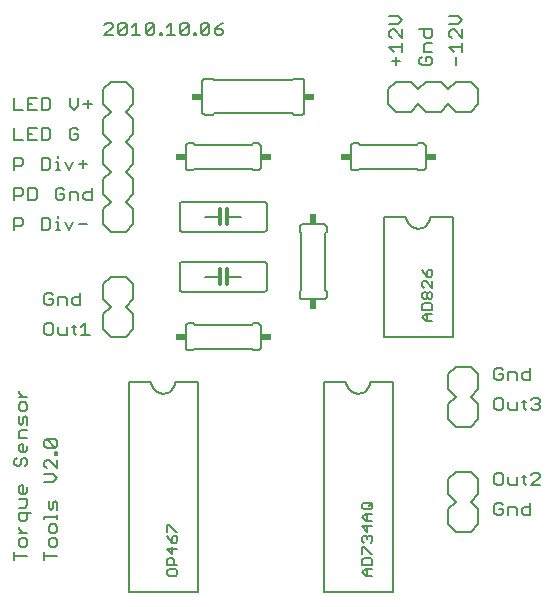
<source format=gto>
G75*
G70*
%OFA0B0*%
%FSLAX24Y24*%
%IPPOS*%
%LPD*%
%AMOC8*
5,1,8,0,0,1.08239X$1,22.5*
%
%ADD10C,0.0080*%
%ADD11C,0.0060*%
%ADD12R,0.0340X0.0240*%
%ADD13R,0.0240X0.0340*%
%ADD14C,0.0120*%
D10*
X001140Y003141D02*
X001140Y003421D01*
X001140Y003281D02*
X001561Y003281D01*
X001491Y003601D02*
X001351Y003601D01*
X001281Y003671D01*
X001281Y003811D01*
X001351Y003881D01*
X001491Y003881D01*
X001561Y003811D01*
X001561Y003671D01*
X001491Y003601D01*
X001561Y004061D02*
X001281Y004061D01*
X001421Y004061D02*
X001281Y004202D01*
X001281Y004272D01*
X001351Y004445D02*
X001491Y004445D01*
X001561Y004515D01*
X001561Y004725D01*
X001701Y004725D02*
X001281Y004725D01*
X001281Y004515D01*
X001351Y004445D01*
X001281Y004905D02*
X001491Y004905D01*
X001561Y004976D01*
X001561Y005186D01*
X001281Y005186D01*
X001351Y005366D02*
X001281Y005436D01*
X001281Y005576D01*
X001351Y005646D01*
X001421Y005646D01*
X001421Y005366D01*
X001491Y005366D02*
X001351Y005366D01*
X001491Y005366D02*
X001561Y005436D01*
X001561Y005576D01*
X002140Y005749D02*
X002421Y005749D01*
X002561Y005890D01*
X002421Y006030D01*
X002140Y006030D01*
X002211Y006210D02*
X002140Y006280D01*
X002140Y006420D01*
X002211Y006490D01*
X002281Y006490D01*
X002561Y006210D01*
X002561Y006490D01*
X002561Y006670D02*
X002491Y006670D01*
X002491Y006740D01*
X002561Y006740D01*
X002561Y006670D01*
X002491Y006900D02*
X002211Y007181D01*
X002491Y007181D01*
X002561Y007110D01*
X002561Y006970D01*
X002491Y006900D01*
X002211Y006900D01*
X002140Y006970D01*
X002140Y007110D01*
X002211Y007181D01*
X001561Y007207D02*
X001281Y007207D01*
X001281Y007417D01*
X001351Y007487D01*
X001561Y007487D01*
X001561Y007668D02*
X001561Y007878D01*
X001491Y007948D01*
X001421Y007878D01*
X001421Y007738D01*
X001351Y007668D01*
X001281Y007738D01*
X001281Y007948D01*
X001351Y008128D02*
X001491Y008128D01*
X001561Y008198D01*
X001561Y008338D01*
X001491Y008408D01*
X001351Y008408D01*
X001281Y008338D01*
X001281Y008198D01*
X001351Y008128D01*
X001421Y008588D02*
X001281Y008728D01*
X001281Y008798D01*
X001281Y008588D02*
X001561Y008588D01*
X001421Y007027D02*
X001351Y007027D01*
X001281Y006957D01*
X001281Y006817D01*
X001351Y006747D01*
X001491Y006747D01*
X001561Y006817D01*
X001561Y006957D01*
X001421Y007027D02*
X001421Y006747D01*
X001421Y006567D02*
X001351Y006497D01*
X001351Y006357D01*
X001281Y006287D01*
X001211Y006287D01*
X001140Y006357D01*
X001140Y006497D01*
X001211Y006567D01*
X001421Y006567D02*
X001491Y006567D01*
X001561Y006497D01*
X001561Y006357D01*
X001491Y006287D01*
X002281Y005109D02*
X002281Y004899D01*
X002351Y004829D01*
X002421Y004899D01*
X002421Y005039D01*
X002491Y005109D01*
X002561Y005039D01*
X002561Y004829D01*
X002561Y004662D02*
X002561Y004522D01*
X002561Y004592D02*
X002140Y004592D01*
X002140Y004522D01*
X002351Y004342D02*
X002281Y004272D01*
X002281Y004132D01*
X002351Y004061D01*
X002491Y004061D01*
X002561Y004132D01*
X002561Y004272D01*
X002491Y004342D01*
X002351Y004342D01*
X002351Y003881D02*
X002281Y003811D01*
X002281Y003671D01*
X002351Y003601D01*
X002491Y003601D01*
X002561Y003671D01*
X002561Y003811D01*
X002491Y003881D01*
X002351Y003881D01*
X002140Y003421D02*
X002140Y003141D01*
X002140Y003281D02*
X002561Y003281D01*
X002671Y010641D02*
X002881Y010641D01*
X002881Y010921D01*
X003061Y010921D02*
X003202Y010921D01*
X003132Y010991D02*
X003132Y010711D01*
X003202Y010641D01*
X003368Y010641D02*
X003649Y010641D01*
X003509Y010641D02*
X003509Y011061D01*
X003368Y010921D01*
X003342Y011641D02*
X003132Y011641D01*
X003061Y011711D01*
X003061Y011851D01*
X003132Y011921D01*
X003342Y011921D01*
X003342Y012061D02*
X003342Y011641D01*
X002881Y011641D02*
X002881Y011851D01*
X002811Y011921D01*
X002601Y011921D01*
X002601Y011641D01*
X002421Y011711D02*
X002421Y011851D01*
X002281Y011851D01*
X002421Y011991D02*
X002351Y012061D01*
X002211Y012061D01*
X002141Y011991D01*
X002141Y011711D01*
X002211Y011641D01*
X002351Y011641D01*
X002421Y011711D01*
X002351Y011061D02*
X002211Y011061D01*
X002141Y010991D01*
X002141Y010711D01*
X002211Y010641D01*
X002351Y010641D01*
X002421Y010711D01*
X002421Y010991D01*
X002351Y011061D01*
X002601Y010921D02*
X002601Y010711D01*
X002671Y010641D01*
X004101Y010851D02*
X004351Y010601D01*
X004851Y010601D01*
X005101Y010851D01*
X005101Y011351D01*
X004851Y011601D01*
X005101Y011851D01*
X005101Y012351D01*
X004851Y012601D01*
X004351Y012601D01*
X004101Y012351D01*
X004101Y011851D01*
X004351Y011601D01*
X004101Y011351D01*
X004101Y010851D01*
X004351Y014101D02*
X004101Y014351D01*
X004101Y014851D01*
X004351Y015101D01*
X004101Y015351D01*
X004101Y015851D01*
X004351Y016101D01*
X004101Y016351D01*
X004101Y016851D01*
X004351Y017101D01*
X004101Y017351D01*
X004101Y017851D01*
X004351Y018101D01*
X004101Y018351D01*
X004101Y018851D01*
X004351Y019101D01*
X004851Y019101D01*
X005101Y018851D01*
X005101Y018351D01*
X004851Y018101D01*
X005101Y017851D01*
X005101Y017351D01*
X004851Y017101D01*
X005101Y016851D01*
X005101Y016351D01*
X004851Y016101D01*
X005101Y015851D01*
X005101Y015351D01*
X004851Y015101D01*
X005101Y014851D01*
X005101Y014351D01*
X004851Y014101D01*
X004351Y014101D01*
X003569Y014351D02*
X003289Y014351D01*
X003109Y014421D02*
X002969Y014141D01*
X002829Y014421D01*
X002592Y014421D02*
X002592Y014141D01*
X002522Y014141D02*
X002662Y014141D01*
X002592Y014421D02*
X002522Y014421D01*
X002592Y014561D02*
X002592Y014631D01*
X002342Y014491D02*
X002342Y014211D01*
X002272Y014141D01*
X002061Y014141D01*
X002061Y014561D01*
X002272Y014561D01*
X002342Y014491D01*
X002592Y015141D02*
X002522Y015211D01*
X002522Y015491D01*
X002592Y015561D01*
X002732Y015561D01*
X002802Y015491D01*
X002802Y015351D02*
X002662Y015351D01*
X002802Y015351D02*
X002802Y015211D01*
X002732Y015141D01*
X002592Y015141D01*
X002982Y015141D02*
X002982Y015421D01*
X003192Y015421D01*
X003262Y015351D01*
X003262Y015141D01*
X003443Y015211D02*
X003443Y015351D01*
X003513Y015421D01*
X003723Y015421D01*
X003723Y015561D02*
X003723Y015141D01*
X003513Y015141D01*
X003443Y015211D01*
X002969Y016141D02*
X003109Y016421D01*
X003289Y016351D02*
X003569Y016351D01*
X003429Y016491D02*
X003429Y016211D01*
X002969Y016141D02*
X002829Y016421D01*
X002592Y016421D02*
X002592Y016141D01*
X002522Y016141D02*
X002662Y016141D01*
X002592Y016421D02*
X002522Y016421D01*
X002592Y016561D02*
X002592Y016631D01*
X002342Y016491D02*
X002342Y016211D01*
X002272Y016141D01*
X002061Y016141D01*
X002061Y016561D01*
X002272Y016561D01*
X002342Y016491D01*
X002272Y017141D02*
X002061Y017141D01*
X002061Y017561D01*
X002272Y017561D01*
X002342Y017491D01*
X002342Y017211D01*
X002272Y017141D01*
X001881Y017141D02*
X001601Y017141D01*
X001601Y017561D01*
X001881Y017561D01*
X001741Y017351D02*
X001601Y017351D01*
X001421Y017141D02*
X001141Y017141D01*
X001141Y017561D01*
X001141Y018141D02*
X001421Y018141D01*
X001601Y018141D02*
X001881Y018141D01*
X002061Y018141D02*
X002272Y018141D01*
X002342Y018211D01*
X002342Y018491D01*
X002272Y018561D01*
X002061Y018561D01*
X002061Y018141D01*
X001741Y018351D02*
X001601Y018351D01*
X001601Y018561D02*
X001601Y018141D01*
X001601Y018561D02*
X001881Y018561D01*
X001141Y018561D02*
X001141Y018141D01*
X001141Y016561D02*
X001351Y016561D01*
X001421Y016491D01*
X001421Y016351D01*
X001351Y016281D01*
X001141Y016281D01*
X001141Y016141D02*
X001141Y016561D01*
X001141Y015561D02*
X001351Y015561D01*
X001421Y015491D01*
X001421Y015351D01*
X001351Y015281D01*
X001141Y015281D01*
X001141Y015141D02*
X001141Y015561D01*
X001601Y015561D02*
X001601Y015141D01*
X001811Y015141D01*
X001881Y015211D01*
X001881Y015491D01*
X001811Y015561D01*
X001601Y015561D01*
X001351Y014561D02*
X001141Y014561D01*
X001141Y014141D01*
X001141Y014281D02*
X001351Y014281D01*
X001421Y014351D01*
X001421Y014491D01*
X001351Y014561D01*
X003052Y017141D02*
X003192Y017141D01*
X003262Y017211D01*
X003262Y017351D01*
X003122Y017351D01*
X002982Y017491D02*
X002982Y017211D01*
X003052Y017141D01*
X002982Y017491D02*
X003052Y017561D01*
X003192Y017561D01*
X003262Y017491D01*
X003122Y018141D02*
X003262Y018281D01*
X003262Y018561D01*
X003443Y018351D02*
X003723Y018351D01*
X003583Y018491D02*
X003583Y018211D01*
X003122Y018141D02*
X002982Y018281D01*
X002982Y018561D01*
X004141Y020641D02*
X004421Y020921D01*
X004421Y020991D01*
X004351Y021061D01*
X004211Y021061D01*
X004141Y020991D01*
X004141Y020641D02*
X004421Y020641D01*
X004601Y020711D02*
X004881Y020991D01*
X004881Y020711D01*
X004811Y020641D01*
X004671Y020641D01*
X004601Y020711D01*
X004601Y020991D01*
X004671Y021061D01*
X004811Y021061D01*
X004881Y020991D01*
X005061Y020921D02*
X005202Y021061D01*
X005202Y020641D01*
X005342Y020641D02*
X005061Y020641D01*
X005522Y020711D02*
X005592Y020641D01*
X005732Y020641D01*
X005802Y020711D01*
X005802Y020991D01*
X005522Y020711D01*
X005522Y020991D01*
X005592Y021061D01*
X005732Y021061D01*
X005802Y020991D01*
X005982Y020711D02*
X006052Y020711D01*
X006052Y020641D01*
X005982Y020641D01*
X005982Y020711D01*
X006212Y020641D02*
X006493Y020641D01*
X006352Y020641D02*
X006352Y021061D01*
X006212Y020921D01*
X006673Y020991D02*
X006673Y020711D01*
X006953Y020991D01*
X006953Y020711D01*
X006883Y020641D01*
X006743Y020641D01*
X006673Y020711D01*
X006673Y020991D02*
X006743Y021061D01*
X006883Y021061D01*
X006953Y020991D01*
X007133Y020711D02*
X007203Y020711D01*
X007203Y020641D01*
X007133Y020641D01*
X007133Y020711D01*
X007363Y020711D02*
X007433Y020641D01*
X007573Y020641D01*
X007643Y020711D01*
X007643Y020991D01*
X007363Y020711D01*
X007363Y020991D01*
X007433Y021061D01*
X007573Y021061D01*
X007643Y020991D01*
X007824Y020851D02*
X008034Y020851D01*
X008104Y020781D01*
X008104Y020711D01*
X008034Y020641D01*
X007894Y020641D01*
X007824Y020711D01*
X007824Y020851D01*
X007964Y020991D01*
X008104Y021061D01*
X013640Y021022D02*
X013921Y021022D01*
X014061Y021162D01*
X013921Y021302D01*
X013640Y021302D01*
X013711Y020842D02*
X013640Y020772D01*
X013640Y020632D01*
X013711Y020561D01*
X013711Y020842D02*
X013781Y020842D01*
X014061Y020561D01*
X014061Y020842D01*
X014061Y020381D02*
X014061Y020101D01*
X014061Y020241D02*
X013640Y020241D01*
X013781Y020101D01*
X013851Y019921D02*
X013851Y019641D01*
X013711Y019781D02*
X013991Y019781D01*
X014640Y019711D02*
X014711Y019641D01*
X014991Y019641D01*
X015061Y019711D01*
X015061Y019851D01*
X014991Y019921D01*
X014851Y019921D01*
X014851Y019781D01*
X014711Y019921D02*
X014640Y019851D01*
X014640Y019711D01*
X014781Y020101D02*
X014781Y020311D01*
X014851Y020381D01*
X015061Y020381D01*
X014991Y020561D02*
X014851Y020561D01*
X014781Y020632D01*
X014781Y020842D01*
X014640Y020842D02*
X015061Y020842D01*
X015061Y020632D01*
X014991Y020561D01*
X015061Y020101D02*
X014781Y020101D01*
X015640Y020241D02*
X016061Y020241D01*
X016061Y020101D02*
X016061Y020381D01*
X016061Y020561D02*
X015781Y020842D01*
X015711Y020842D01*
X015640Y020772D01*
X015640Y020632D01*
X015711Y020561D01*
X015640Y020241D02*
X015781Y020101D01*
X015851Y019921D02*
X015851Y019641D01*
X015851Y019101D02*
X016351Y019101D01*
X016601Y018851D01*
X016601Y018351D01*
X016351Y018101D01*
X015851Y018101D01*
X015601Y018351D01*
X015351Y018101D01*
X014851Y018101D01*
X014601Y018351D01*
X014351Y018101D01*
X013851Y018101D01*
X013601Y018351D01*
X013601Y018851D01*
X013851Y019101D01*
X014351Y019101D01*
X014601Y018851D01*
X014851Y019101D01*
X015351Y019101D01*
X015601Y018851D01*
X015851Y019101D01*
X016061Y020561D02*
X016061Y020842D01*
X015921Y021022D02*
X016061Y021162D01*
X015921Y021302D01*
X015640Y021302D01*
X015640Y021022D02*
X015921Y021022D01*
X015851Y009601D02*
X016351Y009601D01*
X016601Y009351D01*
X016601Y008851D01*
X016351Y008601D01*
X016601Y008351D01*
X016601Y007851D01*
X016351Y007601D01*
X015851Y007601D01*
X015601Y007851D01*
X015601Y008351D01*
X015851Y008601D01*
X015601Y008851D01*
X015601Y009351D01*
X015851Y009601D01*
X017141Y009491D02*
X017141Y009211D01*
X017211Y009141D01*
X017351Y009141D01*
X017421Y009211D01*
X017421Y009351D01*
X017281Y009351D01*
X017421Y009491D02*
X017351Y009561D01*
X017211Y009561D01*
X017141Y009491D01*
X017601Y009421D02*
X017601Y009141D01*
X017601Y009421D02*
X017811Y009421D01*
X017881Y009351D01*
X017881Y009141D01*
X018061Y009211D02*
X018061Y009351D01*
X018132Y009421D01*
X018342Y009421D01*
X018342Y009561D02*
X018342Y009141D01*
X018132Y009141D01*
X018061Y009211D01*
X018132Y008491D02*
X018132Y008211D01*
X018202Y008141D01*
X018368Y008211D02*
X018438Y008141D01*
X018579Y008141D01*
X018649Y008211D01*
X018649Y008281D01*
X018579Y008351D01*
X018509Y008351D01*
X018579Y008351D02*
X018649Y008421D01*
X018649Y008491D01*
X018579Y008561D01*
X018438Y008561D01*
X018368Y008491D01*
X018202Y008421D02*
X018061Y008421D01*
X017881Y008421D02*
X017881Y008141D01*
X017671Y008141D01*
X017601Y008211D01*
X017601Y008421D01*
X017421Y008491D02*
X017351Y008561D01*
X017211Y008561D01*
X017141Y008491D01*
X017141Y008211D01*
X017211Y008141D01*
X017351Y008141D01*
X017421Y008211D01*
X017421Y008491D01*
X017351Y006061D02*
X017211Y006061D01*
X017141Y005991D01*
X017141Y005711D01*
X017211Y005641D01*
X017351Y005641D01*
X017421Y005711D01*
X017421Y005991D01*
X017351Y006061D01*
X017601Y005921D02*
X017601Y005711D01*
X017671Y005641D01*
X017881Y005641D01*
X017881Y005921D01*
X018061Y005921D02*
X018202Y005921D01*
X018132Y005991D02*
X018132Y005711D01*
X018202Y005641D01*
X018368Y005641D02*
X018649Y005921D01*
X018649Y005991D01*
X018579Y006061D01*
X018438Y006061D01*
X018368Y005991D01*
X018368Y005641D02*
X018649Y005641D01*
X018342Y005061D02*
X018342Y004641D01*
X018132Y004641D01*
X018061Y004711D01*
X018061Y004851D01*
X018132Y004921D01*
X018342Y004921D01*
X017881Y004851D02*
X017881Y004641D01*
X017881Y004851D02*
X017811Y004921D01*
X017601Y004921D01*
X017601Y004641D01*
X017421Y004711D02*
X017421Y004851D01*
X017281Y004851D01*
X017421Y004991D02*
X017351Y005061D01*
X017211Y005061D01*
X017141Y004991D01*
X017141Y004711D01*
X017211Y004641D01*
X017351Y004641D01*
X017421Y004711D01*
X016601Y004851D02*
X016601Y004351D01*
X016351Y004101D01*
X015851Y004101D01*
X015601Y004351D01*
X015601Y004851D01*
X015851Y005101D01*
X015601Y005351D01*
X015601Y005851D01*
X015851Y006101D01*
X016351Y006101D01*
X016601Y005851D01*
X016601Y005351D01*
X016351Y005101D01*
X016601Y004851D01*
D11*
X013751Y002101D02*
X011451Y002101D01*
X011451Y009101D01*
X012201Y009101D01*
X012203Y009062D01*
X012209Y009023D01*
X012218Y008985D01*
X012231Y008948D01*
X012248Y008912D01*
X012268Y008879D01*
X012292Y008847D01*
X012318Y008818D01*
X012347Y008792D01*
X012379Y008768D01*
X012412Y008748D01*
X012448Y008731D01*
X012485Y008718D01*
X012523Y008709D01*
X012562Y008703D01*
X012601Y008701D01*
X012640Y008703D01*
X012679Y008709D01*
X012717Y008718D01*
X012754Y008731D01*
X012790Y008748D01*
X012823Y008768D01*
X012855Y008792D01*
X012884Y008818D01*
X012910Y008847D01*
X012934Y008879D01*
X012954Y008912D01*
X012971Y008948D01*
X012984Y008985D01*
X012993Y009023D01*
X012999Y009062D01*
X013001Y009101D01*
X013751Y009101D01*
X013751Y002101D01*
X013071Y002631D02*
X012844Y002631D01*
X012731Y002744D01*
X012844Y002858D01*
X013071Y002858D01*
X013071Y002999D02*
X012731Y002999D01*
X012731Y003169D01*
X012787Y003226D01*
X013014Y003226D01*
X013071Y003169D01*
X013071Y002999D01*
X012901Y002858D02*
X012901Y002631D01*
X013014Y003367D02*
X013071Y003367D01*
X013014Y003367D02*
X012787Y003594D01*
X012731Y003594D01*
X012731Y003367D01*
X012787Y003736D02*
X012731Y003792D01*
X012731Y003906D01*
X012787Y003963D01*
X012844Y003963D01*
X012901Y003906D01*
X012957Y003963D01*
X013014Y003963D01*
X013071Y003906D01*
X013071Y003792D01*
X013014Y003736D01*
X012901Y003849D02*
X012901Y003906D01*
X012901Y004104D02*
X012901Y004331D01*
X012901Y004472D02*
X012901Y004699D01*
X012844Y004699D02*
X013071Y004699D01*
X013014Y004841D02*
X013071Y004897D01*
X013071Y005011D01*
X013014Y005067D01*
X012787Y005067D01*
X012731Y005011D01*
X012731Y004897D01*
X012787Y004841D01*
X013014Y004841D01*
X012957Y004954D02*
X013071Y005067D01*
X012844Y004699D02*
X012731Y004586D01*
X012844Y004472D01*
X013071Y004472D01*
X013071Y004274D02*
X012731Y004274D01*
X012901Y004104D01*
X009251Y010151D02*
X009101Y010151D01*
X009051Y010201D01*
X007151Y010201D01*
X007101Y010151D01*
X006951Y010151D01*
X006934Y010153D01*
X006917Y010157D01*
X006901Y010164D01*
X006887Y010174D01*
X006874Y010187D01*
X006864Y010201D01*
X006857Y010217D01*
X006853Y010234D01*
X006851Y010251D01*
X006851Y010951D01*
X006853Y010968D01*
X006857Y010985D01*
X006864Y011001D01*
X006874Y011015D01*
X006887Y011028D01*
X006901Y011038D01*
X006917Y011045D01*
X006934Y011049D01*
X006951Y011051D01*
X007101Y011051D01*
X007151Y011001D01*
X009051Y011001D01*
X009101Y011051D01*
X009251Y011051D01*
X009268Y011049D01*
X009285Y011045D01*
X009301Y011038D01*
X009315Y011028D01*
X009328Y011015D01*
X009338Y011001D01*
X009345Y010985D01*
X009349Y010968D01*
X009351Y010951D01*
X009351Y010251D01*
X009349Y010234D01*
X009345Y010217D01*
X009338Y010201D01*
X009328Y010187D01*
X009315Y010174D01*
X009301Y010164D01*
X009285Y010157D01*
X009268Y010153D01*
X009251Y010151D01*
X010751Y011851D02*
X011451Y011851D01*
X011468Y011853D01*
X011485Y011857D01*
X011501Y011864D01*
X011515Y011874D01*
X011528Y011887D01*
X011538Y011901D01*
X011545Y011917D01*
X011549Y011934D01*
X011551Y011951D01*
X011551Y012101D01*
X011501Y012151D01*
X011501Y014051D01*
X011551Y014101D01*
X011551Y014251D01*
X011549Y014268D01*
X011545Y014285D01*
X011538Y014301D01*
X011528Y014315D01*
X011515Y014328D01*
X011501Y014338D01*
X011485Y014345D01*
X011468Y014349D01*
X011451Y014351D01*
X010751Y014351D01*
X010734Y014349D01*
X010717Y014345D01*
X010701Y014338D01*
X010687Y014328D01*
X010674Y014315D01*
X010664Y014301D01*
X010657Y014285D01*
X010653Y014268D01*
X010651Y014251D01*
X010651Y014101D01*
X010701Y014051D01*
X010701Y012151D01*
X010651Y012101D01*
X010651Y011951D01*
X010653Y011934D01*
X010657Y011917D01*
X010664Y011901D01*
X010674Y011887D01*
X010687Y011874D01*
X010701Y011864D01*
X010717Y011857D01*
X010734Y011853D01*
X010751Y011851D01*
X009551Y012201D02*
X009551Y013001D01*
X009549Y013018D01*
X009545Y013035D01*
X009538Y013051D01*
X009528Y013065D01*
X009515Y013078D01*
X009501Y013088D01*
X009485Y013095D01*
X009468Y013099D01*
X009451Y013101D01*
X006751Y013101D01*
X006734Y013099D01*
X006717Y013095D01*
X006701Y013088D01*
X006687Y013078D01*
X006674Y013065D01*
X006664Y013051D01*
X006657Y013035D01*
X006653Y013018D01*
X006651Y013001D01*
X006651Y012201D01*
X006653Y012184D01*
X006657Y012167D01*
X006664Y012151D01*
X006674Y012137D01*
X006687Y012124D01*
X006701Y012114D01*
X006717Y012107D01*
X006734Y012103D01*
X006751Y012101D01*
X009451Y012101D01*
X009468Y012103D01*
X009485Y012107D01*
X009501Y012114D01*
X009515Y012124D01*
X009528Y012137D01*
X009538Y012151D01*
X009545Y012167D01*
X009549Y012184D01*
X009551Y012201D01*
X008701Y012601D02*
X008231Y012601D01*
X007981Y012601D02*
X007501Y012601D01*
X006751Y014101D02*
X009451Y014101D01*
X009468Y014103D01*
X009485Y014107D01*
X009501Y014114D01*
X009515Y014124D01*
X009528Y014137D01*
X009538Y014151D01*
X009545Y014167D01*
X009549Y014184D01*
X009551Y014201D01*
X009551Y015001D01*
X009549Y015018D01*
X009545Y015035D01*
X009538Y015051D01*
X009528Y015065D01*
X009515Y015078D01*
X009501Y015088D01*
X009485Y015095D01*
X009468Y015099D01*
X009451Y015101D01*
X006751Y015101D01*
X006734Y015099D01*
X006717Y015095D01*
X006701Y015088D01*
X006687Y015078D01*
X006674Y015065D01*
X006664Y015051D01*
X006657Y015035D01*
X006653Y015018D01*
X006651Y015001D01*
X006651Y014201D01*
X006653Y014184D01*
X006657Y014167D01*
X006664Y014151D01*
X006674Y014137D01*
X006687Y014124D01*
X006701Y014114D01*
X006717Y014107D01*
X006734Y014103D01*
X006751Y014101D01*
X007501Y014601D02*
X007981Y014601D01*
X008231Y014601D02*
X008701Y014601D01*
X009101Y016151D02*
X009251Y016151D01*
X009268Y016153D01*
X009285Y016157D01*
X009301Y016164D01*
X009315Y016174D01*
X009328Y016187D01*
X009338Y016201D01*
X009345Y016217D01*
X009349Y016234D01*
X009351Y016251D01*
X009351Y016951D01*
X009349Y016968D01*
X009345Y016985D01*
X009338Y017001D01*
X009328Y017015D01*
X009315Y017028D01*
X009301Y017038D01*
X009285Y017045D01*
X009268Y017049D01*
X009251Y017051D01*
X009101Y017051D01*
X009051Y017001D01*
X007151Y017001D01*
X007101Y017051D01*
X006951Y017051D01*
X006934Y017049D01*
X006917Y017045D01*
X006901Y017038D01*
X006887Y017028D01*
X006874Y017015D01*
X006864Y017001D01*
X006857Y016985D01*
X006853Y016968D01*
X006851Y016951D01*
X006851Y016251D01*
X006853Y016234D01*
X006857Y016217D01*
X006864Y016201D01*
X006874Y016187D01*
X006887Y016174D01*
X006901Y016164D01*
X006917Y016157D01*
X006934Y016153D01*
X006951Y016151D01*
X007101Y016151D01*
X007151Y016201D01*
X009051Y016201D01*
X009101Y016151D01*
X010451Y018001D02*
X010701Y018001D01*
X010718Y018003D01*
X010735Y018007D01*
X010751Y018014D01*
X010765Y018024D01*
X010778Y018037D01*
X010788Y018051D01*
X010795Y018067D01*
X010799Y018084D01*
X010801Y018101D01*
X010801Y019101D01*
X010799Y019118D01*
X010795Y019135D01*
X010788Y019151D01*
X010778Y019165D01*
X010765Y019178D01*
X010751Y019188D01*
X010735Y019195D01*
X010718Y019199D01*
X010701Y019201D01*
X010451Y019201D01*
X010401Y019151D01*
X007801Y019151D01*
X007751Y019201D01*
X007501Y019201D01*
X007484Y019199D01*
X007467Y019195D01*
X007451Y019188D01*
X007437Y019178D01*
X007424Y019165D01*
X007414Y019151D01*
X007407Y019135D01*
X007403Y019118D01*
X007401Y019101D01*
X007401Y018101D01*
X007403Y018084D01*
X007407Y018067D01*
X007414Y018051D01*
X007424Y018037D01*
X007437Y018024D01*
X007451Y018014D01*
X007467Y018007D01*
X007484Y018003D01*
X007501Y018001D01*
X007751Y018001D01*
X007801Y018051D01*
X010401Y018051D01*
X010451Y018001D01*
X012351Y016951D02*
X012351Y016251D01*
X012353Y016234D01*
X012357Y016217D01*
X012364Y016201D01*
X012374Y016187D01*
X012387Y016174D01*
X012401Y016164D01*
X012417Y016157D01*
X012434Y016153D01*
X012451Y016151D01*
X012601Y016151D01*
X012651Y016201D01*
X014551Y016201D01*
X014601Y016151D01*
X014751Y016151D01*
X014768Y016153D01*
X014785Y016157D01*
X014801Y016164D01*
X014815Y016174D01*
X014828Y016187D01*
X014838Y016201D01*
X014845Y016217D01*
X014849Y016234D01*
X014851Y016251D01*
X014851Y016951D01*
X014849Y016968D01*
X014845Y016985D01*
X014838Y017001D01*
X014828Y017015D01*
X014815Y017028D01*
X014801Y017038D01*
X014785Y017045D01*
X014768Y017049D01*
X014751Y017051D01*
X014601Y017051D01*
X014551Y017001D01*
X012651Y017001D01*
X012601Y017051D01*
X012451Y017051D01*
X012434Y017049D01*
X012417Y017045D01*
X012401Y017038D01*
X012387Y017028D01*
X012374Y017015D01*
X012364Y017001D01*
X012357Y016985D01*
X012353Y016968D01*
X012351Y016951D01*
X013451Y014601D02*
X014201Y014601D01*
X014203Y014562D01*
X014209Y014523D01*
X014218Y014485D01*
X014231Y014448D01*
X014248Y014412D01*
X014268Y014379D01*
X014292Y014347D01*
X014318Y014318D01*
X014347Y014292D01*
X014379Y014268D01*
X014412Y014248D01*
X014448Y014231D01*
X014485Y014218D01*
X014523Y014209D01*
X014562Y014203D01*
X014601Y014201D01*
X014640Y014203D01*
X014679Y014209D01*
X014717Y014218D01*
X014754Y014231D01*
X014790Y014248D01*
X014823Y014268D01*
X014855Y014292D01*
X014884Y014318D01*
X014910Y014347D01*
X014934Y014379D01*
X014954Y014412D01*
X014971Y014448D01*
X014984Y014485D01*
X014993Y014523D01*
X014999Y014562D01*
X015001Y014601D01*
X015751Y014601D01*
X015751Y010601D01*
X013451Y010601D01*
X013451Y014601D01*
X014731Y012831D02*
X014787Y012717D01*
X014901Y012604D01*
X014901Y012774D01*
X014957Y012831D01*
X015014Y012831D01*
X015071Y012774D01*
X015071Y012661D01*
X015014Y012604D01*
X014901Y012604D01*
X014844Y012463D02*
X015071Y012236D01*
X015071Y012463D01*
X014844Y012463D02*
X014787Y012463D01*
X014731Y012406D01*
X014731Y012292D01*
X014787Y012236D01*
X014787Y012094D02*
X014844Y012094D01*
X014901Y012038D01*
X014901Y011924D01*
X014844Y011867D01*
X014787Y011867D01*
X014731Y011924D01*
X014731Y012038D01*
X014787Y012094D01*
X014901Y012038D02*
X014957Y012094D01*
X015014Y012094D01*
X015071Y012038D01*
X015071Y011924D01*
X015014Y011867D01*
X014957Y011867D01*
X014901Y011924D01*
X015014Y011726D02*
X014787Y011726D01*
X014731Y011669D01*
X014731Y011499D01*
X015071Y011499D01*
X015071Y011669D01*
X015014Y011726D01*
X015071Y011358D02*
X014844Y011358D01*
X014731Y011244D01*
X014844Y011131D01*
X015071Y011131D01*
X014901Y011131D02*
X014901Y011358D01*
X007251Y009101D02*
X006501Y009101D01*
X006499Y009062D01*
X006493Y009023D01*
X006484Y008985D01*
X006471Y008948D01*
X006454Y008912D01*
X006434Y008879D01*
X006410Y008847D01*
X006384Y008818D01*
X006355Y008792D01*
X006323Y008768D01*
X006290Y008748D01*
X006254Y008731D01*
X006217Y008718D01*
X006179Y008709D01*
X006140Y008703D01*
X006101Y008701D01*
X006062Y008703D01*
X006023Y008709D01*
X005985Y008718D01*
X005948Y008731D01*
X005912Y008748D01*
X005879Y008768D01*
X005847Y008792D01*
X005818Y008818D01*
X005792Y008847D01*
X005768Y008879D01*
X005748Y008912D01*
X005731Y008948D01*
X005718Y008985D01*
X005709Y009023D01*
X005703Y009062D01*
X005701Y009101D01*
X004951Y009101D01*
X004951Y002101D01*
X007251Y002101D01*
X007251Y009101D01*
X006287Y004331D02*
X006231Y004331D01*
X006231Y004104D01*
X006231Y003963D02*
X006287Y003849D01*
X006401Y003736D01*
X006401Y003906D01*
X006457Y003963D01*
X006514Y003963D01*
X006571Y003906D01*
X006571Y003792D01*
X006514Y003736D01*
X006401Y003736D01*
X006401Y003594D02*
X006401Y003367D01*
X006231Y003538D01*
X006571Y003538D01*
X006401Y003226D02*
X006457Y003169D01*
X006457Y002999D01*
X006571Y002999D02*
X006231Y002999D01*
X006231Y003169D01*
X006287Y003226D01*
X006401Y003226D01*
X006514Y002858D02*
X006287Y002858D01*
X006231Y002801D01*
X006231Y002687D01*
X006287Y002631D01*
X006514Y002631D01*
X006571Y002687D01*
X006571Y002801D01*
X006514Y002858D01*
X006514Y004104D02*
X006571Y004104D01*
X006514Y004104D02*
X006287Y004331D01*
D12*
X006681Y010601D03*
X009521Y010601D03*
X009521Y016601D03*
X010971Y018601D03*
X012181Y016601D03*
X015021Y016601D03*
X007231Y018601D03*
X006681Y016601D03*
D13*
X011101Y014521D03*
X011101Y011681D03*
D14*
X008231Y012351D02*
X008231Y012601D01*
X008231Y012851D01*
X007981Y012851D02*
X007981Y012601D01*
X007981Y012351D01*
X007981Y014351D02*
X007981Y014601D01*
X007981Y014851D01*
X008231Y014851D02*
X008231Y014601D01*
X008231Y014351D01*
M02*

</source>
